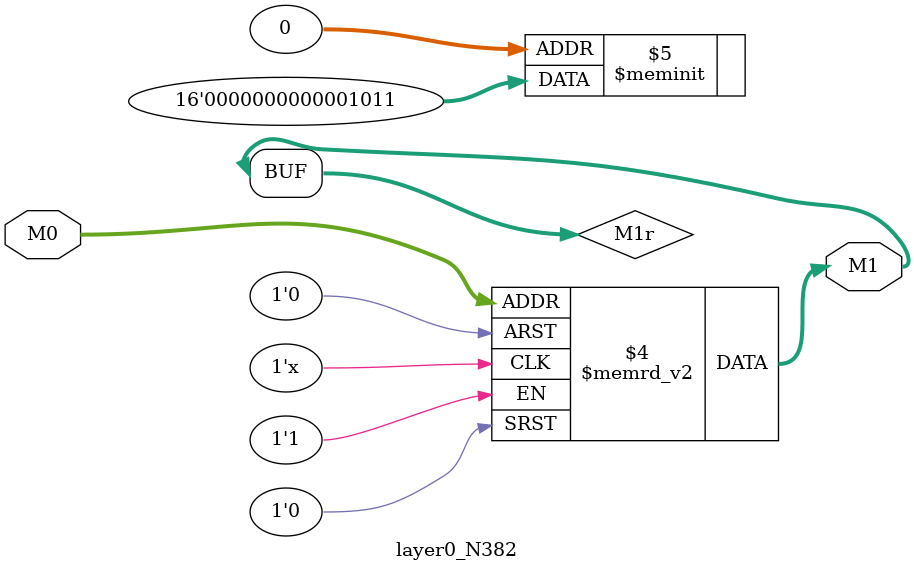
<source format=v>
module layer0_N382 ( input [2:0] M0, output [1:0] M1 );

	(*rom_style = "distributed" *) reg [1:0] M1r;
	assign M1 = M1r;
	always @ (M0) begin
		case (M0)
			3'b000: M1r = 2'b11;
			3'b100: M1r = 2'b00;
			3'b010: M1r = 2'b00;
			3'b110: M1r = 2'b00;
			3'b001: M1r = 2'b10;
			3'b101: M1r = 2'b00;
			3'b011: M1r = 2'b00;
			3'b111: M1r = 2'b00;

		endcase
	end
endmodule

</source>
